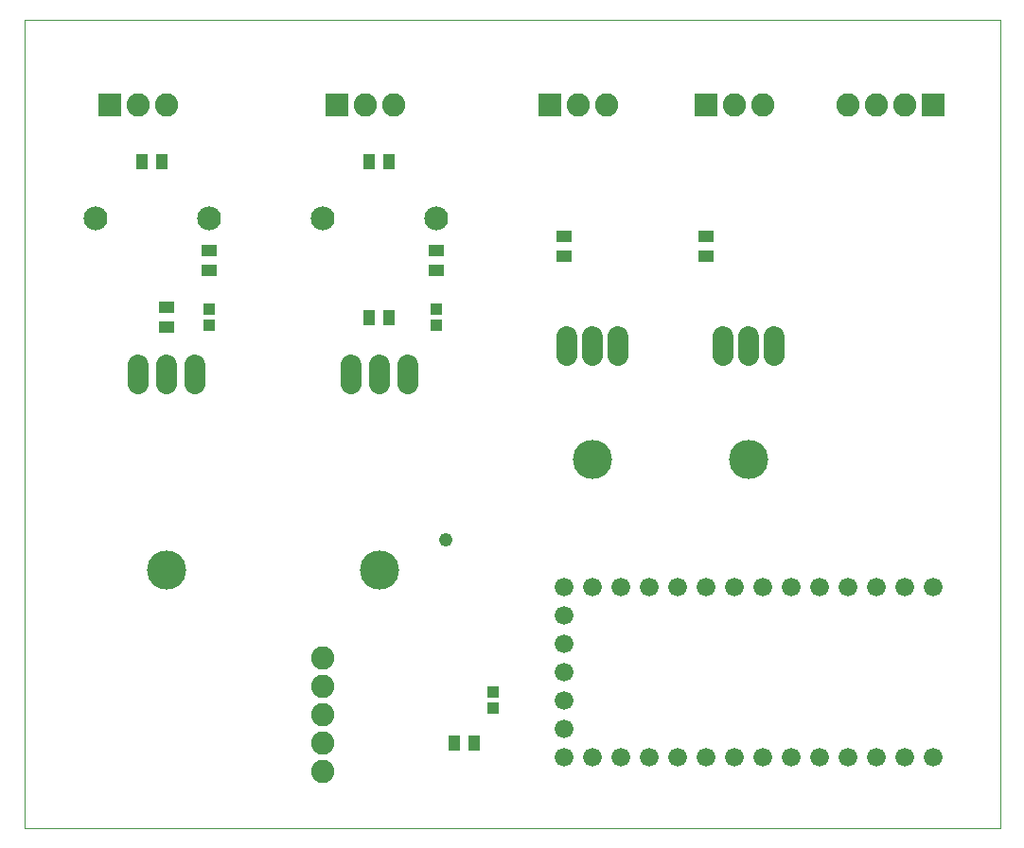
<source format=gts>
G75*
%MOIN*%
%OFA0B0*%
%FSLAX25Y25*%
%IPPOS*%
%LPD*%
%AMOC8*
5,1,8,0,0,1.08239X$1,22.5*
%
%ADD10C,0.00000*%
%ADD11R,0.03950X0.05524*%
%ADD12C,0.08400*%
%ADD13C,0.08200*%
%ADD14R,0.08200X0.08200*%
%ADD15R,0.03950X0.03950*%
%ADD16C,0.07400*%
%ADD17C,0.13800*%
%ADD18R,0.05524X0.03950*%
%ADD19C,0.06600*%
%ADD20C,0.04800*%
D10*
X0011800Y0011800D02*
X0011800Y0296761D01*
X0355501Y0296761D01*
X0355501Y0011800D01*
X0011800Y0011800D01*
X0055300Y0102800D02*
X0055302Y0102961D01*
X0055308Y0103121D01*
X0055318Y0103282D01*
X0055332Y0103442D01*
X0055350Y0103602D01*
X0055371Y0103761D01*
X0055397Y0103920D01*
X0055427Y0104078D01*
X0055460Y0104235D01*
X0055498Y0104392D01*
X0055539Y0104547D01*
X0055584Y0104701D01*
X0055633Y0104854D01*
X0055686Y0105006D01*
X0055742Y0105157D01*
X0055803Y0105306D01*
X0055866Y0105454D01*
X0055934Y0105600D01*
X0056005Y0105744D01*
X0056079Y0105886D01*
X0056157Y0106027D01*
X0056239Y0106165D01*
X0056324Y0106302D01*
X0056412Y0106436D01*
X0056504Y0106568D01*
X0056599Y0106698D01*
X0056697Y0106826D01*
X0056798Y0106951D01*
X0056902Y0107073D01*
X0057009Y0107193D01*
X0057119Y0107310D01*
X0057232Y0107425D01*
X0057348Y0107536D01*
X0057467Y0107645D01*
X0057588Y0107750D01*
X0057712Y0107853D01*
X0057838Y0107953D01*
X0057966Y0108049D01*
X0058097Y0108142D01*
X0058231Y0108232D01*
X0058366Y0108319D01*
X0058504Y0108402D01*
X0058643Y0108482D01*
X0058785Y0108558D01*
X0058928Y0108631D01*
X0059073Y0108700D01*
X0059220Y0108766D01*
X0059368Y0108828D01*
X0059518Y0108886D01*
X0059669Y0108941D01*
X0059822Y0108992D01*
X0059976Y0109039D01*
X0060131Y0109082D01*
X0060287Y0109121D01*
X0060443Y0109157D01*
X0060601Y0109188D01*
X0060759Y0109216D01*
X0060918Y0109240D01*
X0061078Y0109260D01*
X0061238Y0109276D01*
X0061398Y0109288D01*
X0061559Y0109296D01*
X0061720Y0109300D01*
X0061880Y0109300D01*
X0062041Y0109296D01*
X0062202Y0109288D01*
X0062362Y0109276D01*
X0062522Y0109260D01*
X0062682Y0109240D01*
X0062841Y0109216D01*
X0062999Y0109188D01*
X0063157Y0109157D01*
X0063313Y0109121D01*
X0063469Y0109082D01*
X0063624Y0109039D01*
X0063778Y0108992D01*
X0063931Y0108941D01*
X0064082Y0108886D01*
X0064232Y0108828D01*
X0064380Y0108766D01*
X0064527Y0108700D01*
X0064672Y0108631D01*
X0064815Y0108558D01*
X0064957Y0108482D01*
X0065096Y0108402D01*
X0065234Y0108319D01*
X0065369Y0108232D01*
X0065503Y0108142D01*
X0065634Y0108049D01*
X0065762Y0107953D01*
X0065888Y0107853D01*
X0066012Y0107750D01*
X0066133Y0107645D01*
X0066252Y0107536D01*
X0066368Y0107425D01*
X0066481Y0107310D01*
X0066591Y0107193D01*
X0066698Y0107073D01*
X0066802Y0106951D01*
X0066903Y0106826D01*
X0067001Y0106698D01*
X0067096Y0106568D01*
X0067188Y0106436D01*
X0067276Y0106302D01*
X0067361Y0106165D01*
X0067443Y0106027D01*
X0067521Y0105886D01*
X0067595Y0105744D01*
X0067666Y0105600D01*
X0067734Y0105454D01*
X0067797Y0105306D01*
X0067858Y0105157D01*
X0067914Y0105006D01*
X0067967Y0104854D01*
X0068016Y0104701D01*
X0068061Y0104547D01*
X0068102Y0104392D01*
X0068140Y0104235D01*
X0068173Y0104078D01*
X0068203Y0103920D01*
X0068229Y0103761D01*
X0068250Y0103602D01*
X0068268Y0103442D01*
X0068282Y0103282D01*
X0068292Y0103121D01*
X0068298Y0102961D01*
X0068300Y0102800D01*
X0068298Y0102639D01*
X0068292Y0102479D01*
X0068282Y0102318D01*
X0068268Y0102158D01*
X0068250Y0101998D01*
X0068229Y0101839D01*
X0068203Y0101680D01*
X0068173Y0101522D01*
X0068140Y0101365D01*
X0068102Y0101208D01*
X0068061Y0101053D01*
X0068016Y0100899D01*
X0067967Y0100746D01*
X0067914Y0100594D01*
X0067858Y0100443D01*
X0067797Y0100294D01*
X0067734Y0100146D01*
X0067666Y0100000D01*
X0067595Y0099856D01*
X0067521Y0099714D01*
X0067443Y0099573D01*
X0067361Y0099435D01*
X0067276Y0099298D01*
X0067188Y0099164D01*
X0067096Y0099032D01*
X0067001Y0098902D01*
X0066903Y0098774D01*
X0066802Y0098649D01*
X0066698Y0098527D01*
X0066591Y0098407D01*
X0066481Y0098290D01*
X0066368Y0098175D01*
X0066252Y0098064D01*
X0066133Y0097955D01*
X0066012Y0097850D01*
X0065888Y0097747D01*
X0065762Y0097647D01*
X0065634Y0097551D01*
X0065503Y0097458D01*
X0065369Y0097368D01*
X0065234Y0097281D01*
X0065096Y0097198D01*
X0064957Y0097118D01*
X0064815Y0097042D01*
X0064672Y0096969D01*
X0064527Y0096900D01*
X0064380Y0096834D01*
X0064232Y0096772D01*
X0064082Y0096714D01*
X0063931Y0096659D01*
X0063778Y0096608D01*
X0063624Y0096561D01*
X0063469Y0096518D01*
X0063313Y0096479D01*
X0063157Y0096443D01*
X0062999Y0096412D01*
X0062841Y0096384D01*
X0062682Y0096360D01*
X0062522Y0096340D01*
X0062362Y0096324D01*
X0062202Y0096312D01*
X0062041Y0096304D01*
X0061880Y0096300D01*
X0061720Y0096300D01*
X0061559Y0096304D01*
X0061398Y0096312D01*
X0061238Y0096324D01*
X0061078Y0096340D01*
X0060918Y0096360D01*
X0060759Y0096384D01*
X0060601Y0096412D01*
X0060443Y0096443D01*
X0060287Y0096479D01*
X0060131Y0096518D01*
X0059976Y0096561D01*
X0059822Y0096608D01*
X0059669Y0096659D01*
X0059518Y0096714D01*
X0059368Y0096772D01*
X0059220Y0096834D01*
X0059073Y0096900D01*
X0058928Y0096969D01*
X0058785Y0097042D01*
X0058643Y0097118D01*
X0058504Y0097198D01*
X0058366Y0097281D01*
X0058231Y0097368D01*
X0058097Y0097458D01*
X0057966Y0097551D01*
X0057838Y0097647D01*
X0057712Y0097747D01*
X0057588Y0097850D01*
X0057467Y0097955D01*
X0057348Y0098064D01*
X0057232Y0098175D01*
X0057119Y0098290D01*
X0057009Y0098407D01*
X0056902Y0098527D01*
X0056798Y0098649D01*
X0056697Y0098774D01*
X0056599Y0098902D01*
X0056504Y0099032D01*
X0056412Y0099164D01*
X0056324Y0099298D01*
X0056239Y0099435D01*
X0056157Y0099573D01*
X0056079Y0099714D01*
X0056005Y0099856D01*
X0055934Y0100000D01*
X0055866Y0100146D01*
X0055803Y0100294D01*
X0055742Y0100443D01*
X0055686Y0100594D01*
X0055633Y0100746D01*
X0055584Y0100899D01*
X0055539Y0101053D01*
X0055498Y0101208D01*
X0055460Y0101365D01*
X0055427Y0101522D01*
X0055397Y0101680D01*
X0055371Y0101839D01*
X0055350Y0101998D01*
X0055332Y0102158D01*
X0055318Y0102318D01*
X0055308Y0102479D01*
X0055302Y0102639D01*
X0055300Y0102800D01*
X0130300Y0102800D02*
X0130302Y0102961D01*
X0130308Y0103121D01*
X0130318Y0103282D01*
X0130332Y0103442D01*
X0130350Y0103602D01*
X0130371Y0103761D01*
X0130397Y0103920D01*
X0130427Y0104078D01*
X0130460Y0104235D01*
X0130498Y0104392D01*
X0130539Y0104547D01*
X0130584Y0104701D01*
X0130633Y0104854D01*
X0130686Y0105006D01*
X0130742Y0105157D01*
X0130803Y0105306D01*
X0130866Y0105454D01*
X0130934Y0105600D01*
X0131005Y0105744D01*
X0131079Y0105886D01*
X0131157Y0106027D01*
X0131239Y0106165D01*
X0131324Y0106302D01*
X0131412Y0106436D01*
X0131504Y0106568D01*
X0131599Y0106698D01*
X0131697Y0106826D01*
X0131798Y0106951D01*
X0131902Y0107073D01*
X0132009Y0107193D01*
X0132119Y0107310D01*
X0132232Y0107425D01*
X0132348Y0107536D01*
X0132467Y0107645D01*
X0132588Y0107750D01*
X0132712Y0107853D01*
X0132838Y0107953D01*
X0132966Y0108049D01*
X0133097Y0108142D01*
X0133231Y0108232D01*
X0133366Y0108319D01*
X0133504Y0108402D01*
X0133643Y0108482D01*
X0133785Y0108558D01*
X0133928Y0108631D01*
X0134073Y0108700D01*
X0134220Y0108766D01*
X0134368Y0108828D01*
X0134518Y0108886D01*
X0134669Y0108941D01*
X0134822Y0108992D01*
X0134976Y0109039D01*
X0135131Y0109082D01*
X0135287Y0109121D01*
X0135443Y0109157D01*
X0135601Y0109188D01*
X0135759Y0109216D01*
X0135918Y0109240D01*
X0136078Y0109260D01*
X0136238Y0109276D01*
X0136398Y0109288D01*
X0136559Y0109296D01*
X0136720Y0109300D01*
X0136880Y0109300D01*
X0137041Y0109296D01*
X0137202Y0109288D01*
X0137362Y0109276D01*
X0137522Y0109260D01*
X0137682Y0109240D01*
X0137841Y0109216D01*
X0137999Y0109188D01*
X0138157Y0109157D01*
X0138313Y0109121D01*
X0138469Y0109082D01*
X0138624Y0109039D01*
X0138778Y0108992D01*
X0138931Y0108941D01*
X0139082Y0108886D01*
X0139232Y0108828D01*
X0139380Y0108766D01*
X0139527Y0108700D01*
X0139672Y0108631D01*
X0139815Y0108558D01*
X0139957Y0108482D01*
X0140096Y0108402D01*
X0140234Y0108319D01*
X0140369Y0108232D01*
X0140503Y0108142D01*
X0140634Y0108049D01*
X0140762Y0107953D01*
X0140888Y0107853D01*
X0141012Y0107750D01*
X0141133Y0107645D01*
X0141252Y0107536D01*
X0141368Y0107425D01*
X0141481Y0107310D01*
X0141591Y0107193D01*
X0141698Y0107073D01*
X0141802Y0106951D01*
X0141903Y0106826D01*
X0142001Y0106698D01*
X0142096Y0106568D01*
X0142188Y0106436D01*
X0142276Y0106302D01*
X0142361Y0106165D01*
X0142443Y0106027D01*
X0142521Y0105886D01*
X0142595Y0105744D01*
X0142666Y0105600D01*
X0142734Y0105454D01*
X0142797Y0105306D01*
X0142858Y0105157D01*
X0142914Y0105006D01*
X0142967Y0104854D01*
X0143016Y0104701D01*
X0143061Y0104547D01*
X0143102Y0104392D01*
X0143140Y0104235D01*
X0143173Y0104078D01*
X0143203Y0103920D01*
X0143229Y0103761D01*
X0143250Y0103602D01*
X0143268Y0103442D01*
X0143282Y0103282D01*
X0143292Y0103121D01*
X0143298Y0102961D01*
X0143300Y0102800D01*
X0143298Y0102639D01*
X0143292Y0102479D01*
X0143282Y0102318D01*
X0143268Y0102158D01*
X0143250Y0101998D01*
X0143229Y0101839D01*
X0143203Y0101680D01*
X0143173Y0101522D01*
X0143140Y0101365D01*
X0143102Y0101208D01*
X0143061Y0101053D01*
X0143016Y0100899D01*
X0142967Y0100746D01*
X0142914Y0100594D01*
X0142858Y0100443D01*
X0142797Y0100294D01*
X0142734Y0100146D01*
X0142666Y0100000D01*
X0142595Y0099856D01*
X0142521Y0099714D01*
X0142443Y0099573D01*
X0142361Y0099435D01*
X0142276Y0099298D01*
X0142188Y0099164D01*
X0142096Y0099032D01*
X0142001Y0098902D01*
X0141903Y0098774D01*
X0141802Y0098649D01*
X0141698Y0098527D01*
X0141591Y0098407D01*
X0141481Y0098290D01*
X0141368Y0098175D01*
X0141252Y0098064D01*
X0141133Y0097955D01*
X0141012Y0097850D01*
X0140888Y0097747D01*
X0140762Y0097647D01*
X0140634Y0097551D01*
X0140503Y0097458D01*
X0140369Y0097368D01*
X0140234Y0097281D01*
X0140096Y0097198D01*
X0139957Y0097118D01*
X0139815Y0097042D01*
X0139672Y0096969D01*
X0139527Y0096900D01*
X0139380Y0096834D01*
X0139232Y0096772D01*
X0139082Y0096714D01*
X0138931Y0096659D01*
X0138778Y0096608D01*
X0138624Y0096561D01*
X0138469Y0096518D01*
X0138313Y0096479D01*
X0138157Y0096443D01*
X0137999Y0096412D01*
X0137841Y0096384D01*
X0137682Y0096360D01*
X0137522Y0096340D01*
X0137362Y0096324D01*
X0137202Y0096312D01*
X0137041Y0096304D01*
X0136880Y0096300D01*
X0136720Y0096300D01*
X0136559Y0096304D01*
X0136398Y0096312D01*
X0136238Y0096324D01*
X0136078Y0096340D01*
X0135918Y0096360D01*
X0135759Y0096384D01*
X0135601Y0096412D01*
X0135443Y0096443D01*
X0135287Y0096479D01*
X0135131Y0096518D01*
X0134976Y0096561D01*
X0134822Y0096608D01*
X0134669Y0096659D01*
X0134518Y0096714D01*
X0134368Y0096772D01*
X0134220Y0096834D01*
X0134073Y0096900D01*
X0133928Y0096969D01*
X0133785Y0097042D01*
X0133643Y0097118D01*
X0133504Y0097198D01*
X0133366Y0097281D01*
X0133231Y0097368D01*
X0133097Y0097458D01*
X0132966Y0097551D01*
X0132838Y0097647D01*
X0132712Y0097747D01*
X0132588Y0097850D01*
X0132467Y0097955D01*
X0132348Y0098064D01*
X0132232Y0098175D01*
X0132119Y0098290D01*
X0132009Y0098407D01*
X0131902Y0098527D01*
X0131798Y0098649D01*
X0131697Y0098774D01*
X0131599Y0098902D01*
X0131504Y0099032D01*
X0131412Y0099164D01*
X0131324Y0099298D01*
X0131239Y0099435D01*
X0131157Y0099573D01*
X0131079Y0099714D01*
X0131005Y0099856D01*
X0130934Y0100000D01*
X0130866Y0100146D01*
X0130803Y0100294D01*
X0130742Y0100443D01*
X0130686Y0100594D01*
X0130633Y0100746D01*
X0130584Y0100899D01*
X0130539Y0101053D01*
X0130498Y0101208D01*
X0130460Y0101365D01*
X0130427Y0101522D01*
X0130397Y0101680D01*
X0130371Y0101839D01*
X0130350Y0101998D01*
X0130332Y0102158D01*
X0130318Y0102318D01*
X0130308Y0102479D01*
X0130302Y0102639D01*
X0130300Y0102800D01*
X0205300Y0141800D02*
X0205302Y0141961D01*
X0205308Y0142121D01*
X0205318Y0142282D01*
X0205332Y0142442D01*
X0205350Y0142602D01*
X0205371Y0142761D01*
X0205397Y0142920D01*
X0205427Y0143078D01*
X0205460Y0143235D01*
X0205498Y0143392D01*
X0205539Y0143547D01*
X0205584Y0143701D01*
X0205633Y0143854D01*
X0205686Y0144006D01*
X0205742Y0144157D01*
X0205803Y0144306D01*
X0205866Y0144454D01*
X0205934Y0144600D01*
X0206005Y0144744D01*
X0206079Y0144886D01*
X0206157Y0145027D01*
X0206239Y0145165D01*
X0206324Y0145302D01*
X0206412Y0145436D01*
X0206504Y0145568D01*
X0206599Y0145698D01*
X0206697Y0145826D01*
X0206798Y0145951D01*
X0206902Y0146073D01*
X0207009Y0146193D01*
X0207119Y0146310D01*
X0207232Y0146425D01*
X0207348Y0146536D01*
X0207467Y0146645D01*
X0207588Y0146750D01*
X0207712Y0146853D01*
X0207838Y0146953D01*
X0207966Y0147049D01*
X0208097Y0147142D01*
X0208231Y0147232D01*
X0208366Y0147319D01*
X0208504Y0147402D01*
X0208643Y0147482D01*
X0208785Y0147558D01*
X0208928Y0147631D01*
X0209073Y0147700D01*
X0209220Y0147766D01*
X0209368Y0147828D01*
X0209518Y0147886D01*
X0209669Y0147941D01*
X0209822Y0147992D01*
X0209976Y0148039D01*
X0210131Y0148082D01*
X0210287Y0148121D01*
X0210443Y0148157D01*
X0210601Y0148188D01*
X0210759Y0148216D01*
X0210918Y0148240D01*
X0211078Y0148260D01*
X0211238Y0148276D01*
X0211398Y0148288D01*
X0211559Y0148296D01*
X0211720Y0148300D01*
X0211880Y0148300D01*
X0212041Y0148296D01*
X0212202Y0148288D01*
X0212362Y0148276D01*
X0212522Y0148260D01*
X0212682Y0148240D01*
X0212841Y0148216D01*
X0212999Y0148188D01*
X0213157Y0148157D01*
X0213313Y0148121D01*
X0213469Y0148082D01*
X0213624Y0148039D01*
X0213778Y0147992D01*
X0213931Y0147941D01*
X0214082Y0147886D01*
X0214232Y0147828D01*
X0214380Y0147766D01*
X0214527Y0147700D01*
X0214672Y0147631D01*
X0214815Y0147558D01*
X0214957Y0147482D01*
X0215096Y0147402D01*
X0215234Y0147319D01*
X0215369Y0147232D01*
X0215503Y0147142D01*
X0215634Y0147049D01*
X0215762Y0146953D01*
X0215888Y0146853D01*
X0216012Y0146750D01*
X0216133Y0146645D01*
X0216252Y0146536D01*
X0216368Y0146425D01*
X0216481Y0146310D01*
X0216591Y0146193D01*
X0216698Y0146073D01*
X0216802Y0145951D01*
X0216903Y0145826D01*
X0217001Y0145698D01*
X0217096Y0145568D01*
X0217188Y0145436D01*
X0217276Y0145302D01*
X0217361Y0145165D01*
X0217443Y0145027D01*
X0217521Y0144886D01*
X0217595Y0144744D01*
X0217666Y0144600D01*
X0217734Y0144454D01*
X0217797Y0144306D01*
X0217858Y0144157D01*
X0217914Y0144006D01*
X0217967Y0143854D01*
X0218016Y0143701D01*
X0218061Y0143547D01*
X0218102Y0143392D01*
X0218140Y0143235D01*
X0218173Y0143078D01*
X0218203Y0142920D01*
X0218229Y0142761D01*
X0218250Y0142602D01*
X0218268Y0142442D01*
X0218282Y0142282D01*
X0218292Y0142121D01*
X0218298Y0141961D01*
X0218300Y0141800D01*
X0218298Y0141639D01*
X0218292Y0141479D01*
X0218282Y0141318D01*
X0218268Y0141158D01*
X0218250Y0140998D01*
X0218229Y0140839D01*
X0218203Y0140680D01*
X0218173Y0140522D01*
X0218140Y0140365D01*
X0218102Y0140208D01*
X0218061Y0140053D01*
X0218016Y0139899D01*
X0217967Y0139746D01*
X0217914Y0139594D01*
X0217858Y0139443D01*
X0217797Y0139294D01*
X0217734Y0139146D01*
X0217666Y0139000D01*
X0217595Y0138856D01*
X0217521Y0138714D01*
X0217443Y0138573D01*
X0217361Y0138435D01*
X0217276Y0138298D01*
X0217188Y0138164D01*
X0217096Y0138032D01*
X0217001Y0137902D01*
X0216903Y0137774D01*
X0216802Y0137649D01*
X0216698Y0137527D01*
X0216591Y0137407D01*
X0216481Y0137290D01*
X0216368Y0137175D01*
X0216252Y0137064D01*
X0216133Y0136955D01*
X0216012Y0136850D01*
X0215888Y0136747D01*
X0215762Y0136647D01*
X0215634Y0136551D01*
X0215503Y0136458D01*
X0215369Y0136368D01*
X0215234Y0136281D01*
X0215096Y0136198D01*
X0214957Y0136118D01*
X0214815Y0136042D01*
X0214672Y0135969D01*
X0214527Y0135900D01*
X0214380Y0135834D01*
X0214232Y0135772D01*
X0214082Y0135714D01*
X0213931Y0135659D01*
X0213778Y0135608D01*
X0213624Y0135561D01*
X0213469Y0135518D01*
X0213313Y0135479D01*
X0213157Y0135443D01*
X0212999Y0135412D01*
X0212841Y0135384D01*
X0212682Y0135360D01*
X0212522Y0135340D01*
X0212362Y0135324D01*
X0212202Y0135312D01*
X0212041Y0135304D01*
X0211880Y0135300D01*
X0211720Y0135300D01*
X0211559Y0135304D01*
X0211398Y0135312D01*
X0211238Y0135324D01*
X0211078Y0135340D01*
X0210918Y0135360D01*
X0210759Y0135384D01*
X0210601Y0135412D01*
X0210443Y0135443D01*
X0210287Y0135479D01*
X0210131Y0135518D01*
X0209976Y0135561D01*
X0209822Y0135608D01*
X0209669Y0135659D01*
X0209518Y0135714D01*
X0209368Y0135772D01*
X0209220Y0135834D01*
X0209073Y0135900D01*
X0208928Y0135969D01*
X0208785Y0136042D01*
X0208643Y0136118D01*
X0208504Y0136198D01*
X0208366Y0136281D01*
X0208231Y0136368D01*
X0208097Y0136458D01*
X0207966Y0136551D01*
X0207838Y0136647D01*
X0207712Y0136747D01*
X0207588Y0136850D01*
X0207467Y0136955D01*
X0207348Y0137064D01*
X0207232Y0137175D01*
X0207119Y0137290D01*
X0207009Y0137407D01*
X0206902Y0137527D01*
X0206798Y0137649D01*
X0206697Y0137774D01*
X0206599Y0137902D01*
X0206504Y0138032D01*
X0206412Y0138164D01*
X0206324Y0138298D01*
X0206239Y0138435D01*
X0206157Y0138573D01*
X0206079Y0138714D01*
X0206005Y0138856D01*
X0205934Y0139000D01*
X0205866Y0139146D01*
X0205803Y0139294D01*
X0205742Y0139443D01*
X0205686Y0139594D01*
X0205633Y0139746D01*
X0205584Y0139899D01*
X0205539Y0140053D01*
X0205498Y0140208D01*
X0205460Y0140365D01*
X0205427Y0140522D01*
X0205397Y0140680D01*
X0205371Y0140839D01*
X0205350Y0140998D01*
X0205332Y0141158D01*
X0205318Y0141318D01*
X0205308Y0141479D01*
X0205302Y0141639D01*
X0205300Y0141800D01*
X0260300Y0141800D02*
X0260302Y0141961D01*
X0260308Y0142121D01*
X0260318Y0142282D01*
X0260332Y0142442D01*
X0260350Y0142602D01*
X0260371Y0142761D01*
X0260397Y0142920D01*
X0260427Y0143078D01*
X0260460Y0143235D01*
X0260498Y0143392D01*
X0260539Y0143547D01*
X0260584Y0143701D01*
X0260633Y0143854D01*
X0260686Y0144006D01*
X0260742Y0144157D01*
X0260803Y0144306D01*
X0260866Y0144454D01*
X0260934Y0144600D01*
X0261005Y0144744D01*
X0261079Y0144886D01*
X0261157Y0145027D01*
X0261239Y0145165D01*
X0261324Y0145302D01*
X0261412Y0145436D01*
X0261504Y0145568D01*
X0261599Y0145698D01*
X0261697Y0145826D01*
X0261798Y0145951D01*
X0261902Y0146073D01*
X0262009Y0146193D01*
X0262119Y0146310D01*
X0262232Y0146425D01*
X0262348Y0146536D01*
X0262467Y0146645D01*
X0262588Y0146750D01*
X0262712Y0146853D01*
X0262838Y0146953D01*
X0262966Y0147049D01*
X0263097Y0147142D01*
X0263231Y0147232D01*
X0263366Y0147319D01*
X0263504Y0147402D01*
X0263643Y0147482D01*
X0263785Y0147558D01*
X0263928Y0147631D01*
X0264073Y0147700D01*
X0264220Y0147766D01*
X0264368Y0147828D01*
X0264518Y0147886D01*
X0264669Y0147941D01*
X0264822Y0147992D01*
X0264976Y0148039D01*
X0265131Y0148082D01*
X0265287Y0148121D01*
X0265443Y0148157D01*
X0265601Y0148188D01*
X0265759Y0148216D01*
X0265918Y0148240D01*
X0266078Y0148260D01*
X0266238Y0148276D01*
X0266398Y0148288D01*
X0266559Y0148296D01*
X0266720Y0148300D01*
X0266880Y0148300D01*
X0267041Y0148296D01*
X0267202Y0148288D01*
X0267362Y0148276D01*
X0267522Y0148260D01*
X0267682Y0148240D01*
X0267841Y0148216D01*
X0267999Y0148188D01*
X0268157Y0148157D01*
X0268313Y0148121D01*
X0268469Y0148082D01*
X0268624Y0148039D01*
X0268778Y0147992D01*
X0268931Y0147941D01*
X0269082Y0147886D01*
X0269232Y0147828D01*
X0269380Y0147766D01*
X0269527Y0147700D01*
X0269672Y0147631D01*
X0269815Y0147558D01*
X0269957Y0147482D01*
X0270096Y0147402D01*
X0270234Y0147319D01*
X0270369Y0147232D01*
X0270503Y0147142D01*
X0270634Y0147049D01*
X0270762Y0146953D01*
X0270888Y0146853D01*
X0271012Y0146750D01*
X0271133Y0146645D01*
X0271252Y0146536D01*
X0271368Y0146425D01*
X0271481Y0146310D01*
X0271591Y0146193D01*
X0271698Y0146073D01*
X0271802Y0145951D01*
X0271903Y0145826D01*
X0272001Y0145698D01*
X0272096Y0145568D01*
X0272188Y0145436D01*
X0272276Y0145302D01*
X0272361Y0145165D01*
X0272443Y0145027D01*
X0272521Y0144886D01*
X0272595Y0144744D01*
X0272666Y0144600D01*
X0272734Y0144454D01*
X0272797Y0144306D01*
X0272858Y0144157D01*
X0272914Y0144006D01*
X0272967Y0143854D01*
X0273016Y0143701D01*
X0273061Y0143547D01*
X0273102Y0143392D01*
X0273140Y0143235D01*
X0273173Y0143078D01*
X0273203Y0142920D01*
X0273229Y0142761D01*
X0273250Y0142602D01*
X0273268Y0142442D01*
X0273282Y0142282D01*
X0273292Y0142121D01*
X0273298Y0141961D01*
X0273300Y0141800D01*
X0273298Y0141639D01*
X0273292Y0141479D01*
X0273282Y0141318D01*
X0273268Y0141158D01*
X0273250Y0140998D01*
X0273229Y0140839D01*
X0273203Y0140680D01*
X0273173Y0140522D01*
X0273140Y0140365D01*
X0273102Y0140208D01*
X0273061Y0140053D01*
X0273016Y0139899D01*
X0272967Y0139746D01*
X0272914Y0139594D01*
X0272858Y0139443D01*
X0272797Y0139294D01*
X0272734Y0139146D01*
X0272666Y0139000D01*
X0272595Y0138856D01*
X0272521Y0138714D01*
X0272443Y0138573D01*
X0272361Y0138435D01*
X0272276Y0138298D01*
X0272188Y0138164D01*
X0272096Y0138032D01*
X0272001Y0137902D01*
X0271903Y0137774D01*
X0271802Y0137649D01*
X0271698Y0137527D01*
X0271591Y0137407D01*
X0271481Y0137290D01*
X0271368Y0137175D01*
X0271252Y0137064D01*
X0271133Y0136955D01*
X0271012Y0136850D01*
X0270888Y0136747D01*
X0270762Y0136647D01*
X0270634Y0136551D01*
X0270503Y0136458D01*
X0270369Y0136368D01*
X0270234Y0136281D01*
X0270096Y0136198D01*
X0269957Y0136118D01*
X0269815Y0136042D01*
X0269672Y0135969D01*
X0269527Y0135900D01*
X0269380Y0135834D01*
X0269232Y0135772D01*
X0269082Y0135714D01*
X0268931Y0135659D01*
X0268778Y0135608D01*
X0268624Y0135561D01*
X0268469Y0135518D01*
X0268313Y0135479D01*
X0268157Y0135443D01*
X0267999Y0135412D01*
X0267841Y0135384D01*
X0267682Y0135360D01*
X0267522Y0135340D01*
X0267362Y0135324D01*
X0267202Y0135312D01*
X0267041Y0135304D01*
X0266880Y0135300D01*
X0266720Y0135300D01*
X0266559Y0135304D01*
X0266398Y0135312D01*
X0266238Y0135324D01*
X0266078Y0135340D01*
X0265918Y0135360D01*
X0265759Y0135384D01*
X0265601Y0135412D01*
X0265443Y0135443D01*
X0265287Y0135479D01*
X0265131Y0135518D01*
X0264976Y0135561D01*
X0264822Y0135608D01*
X0264669Y0135659D01*
X0264518Y0135714D01*
X0264368Y0135772D01*
X0264220Y0135834D01*
X0264073Y0135900D01*
X0263928Y0135969D01*
X0263785Y0136042D01*
X0263643Y0136118D01*
X0263504Y0136198D01*
X0263366Y0136281D01*
X0263231Y0136368D01*
X0263097Y0136458D01*
X0262966Y0136551D01*
X0262838Y0136647D01*
X0262712Y0136747D01*
X0262588Y0136850D01*
X0262467Y0136955D01*
X0262348Y0137064D01*
X0262232Y0137175D01*
X0262119Y0137290D01*
X0262009Y0137407D01*
X0261902Y0137527D01*
X0261798Y0137649D01*
X0261697Y0137774D01*
X0261599Y0137902D01*
X0261504Y0138032D01*
X0261412Y0138164D01*
X0261324Y0138298D01*
X0261239Y0138435D01*
X0261157Y0138573D01*
X0261079Y0138714D01*
X0261005Y0138856D01*
X0260934Y0139000D01*
X0260866Y0139146D01*
X0260803Y0139294D01*
X0260742Y0139443D01*
X0260686Y0139594D01*
X0260633Y0139746D01*
X0260584Y0139899D01*
X0260539Y0140053D01*
X0260498Y0140208D01*
X0260460Y0140365D01*
X0260427Y0140522D01*
X0260397Y0140680D01*
X0260371Y0140839D01*
X0260350Y0140998D01*
X0260332Y0141158D01*
X0260318Y0141318D01*
X0260308Y0141479D01*
X0260302Y0141639D01*
X0260300Y0141800D01*
D11*
X0140343Y0191800D03*
X0133257Y0191800D03*
X0133257Y0246800D03*
X0140343Y0246800D03*
X0060343Y0246800D03*
X0053257Y0246800D03*
X0163257Y0041800D03*
X0170343Y0041800D03*
D12*
X0156800Y0226800D03*
X0116800Y0226800D03*
X0076800Y0226800D03*
X0036800Y0226800D03*
D13*
X0051800Y0266800D03*
X0061800Y0266800D03*
X0131800Y0266800D03*
X0141800Y0266800D03*
X0206800Y0266800D03*
X0216800Y0266800D03*
X0261800Y0266800D03*
X0271800Y0266800D03*
X0301800Y0266800D03*
X0311800Y0266800D03*
X0321800Y0266800D03*
X0116800Y0071800D03*
X0116800Y0061800D03*
X0116800Y0051800D03*
X0116800Y0041800D03*
X0116800Y0031800D03*
D14*
X0121800Y0266800D03*
X0196800Y0266800D03*
X0251800Y0266800D03*
X0331800Y0266800D03*
X0041800Y0266800D03*
D15*
X0076800Y0194753D03*
X0076800Y0188847D03*
X0156800Y0188847D03*
X0156800Y0194753D03*
X0176800Y0059753D03*
X0176800Y0053847D03*
D16*
X0146800Y0168500D02*
X0146800Y0175100D01*
X0136800Y0175100D02*
X0136800Y0168500D01*
X0126800Y0168500D02*
X0126800Y0175100D01*
X0071800Y0175100D02*
X0071800Y0168500D01*
X0061800Y0168500D02*
X0061800Y0175100D01*
X0051800Y0175100D02*
X0051800Y0168500D01*
X0202800Y0178500D02*
X0202800Y0185100D01*
X0211800Y0185100D02*
X0211800Y0178500D01*
X0220800Y0178500D02*
X0220800Y0185100D01*
X0257800Y0185100D02*
X0257800Y0178500D01*
X0266800Y0178500D02*
X0266800Y0185100D01*
X0275800Y0185100D02*
X0275800Y0178500D01*
D17*
X0266800Y0141800D03*
X0211800Y0141800D03*
X0136800Y0102800D03*
X0061800Y0102800D03*
D18*
X0061800Y0188257D03*
X0061800Y0195343D03*
X0076800Y0208257D03*
X0076800Y0215343D03*
X0156800Y0215343D03*
X0156800Y0208257D03*
X0201800Y0213257D03*
X0201800Y0220343D03*
X0251800Y0220343D03*
X0251800Y0213257D03*
D19*
X0251800Y0096800D03*
X0241800Y0096800D03*
X0231800Y0096800D03*
X0221800Y0096800D03*
X0211800Y0096800D03*
X0201800Y0096800D03*
X0201800Y0086800D03*
X0201800Y0076800D03*
X0201800Y0066800D03*
X0201800Y0056800D03*
X0201800Y0046800D03*
X0201800Y0036800D03*
X0211800Y0036800D03*
X0221800Y0036800D03*
X0231800Y0036800D03*
X0241800Y0036800D03*
X0251800Y0036800D03*
X0261800Y0036800D03*
X0271800Y0036800D03*
X0281800Y0036800D03*
X0291800Y0036800D03*
X0301800Y0036800D03*
X0311800Y0036800D03*
X0321800Y0036800D03*
X0331800Y0036800D03*
X0331800Y0096800D03*
X0321800Y0096800D03*
X0311800Y0096800D03*
X0301800Y0096800D03*
X0291800Y0096800D03*
X0281800Y0096800D03*
X0271800Y0096800D03*
X0261800Y0096800D03*
D20*
X0160300Y0113500D03*
M02*

</source>
